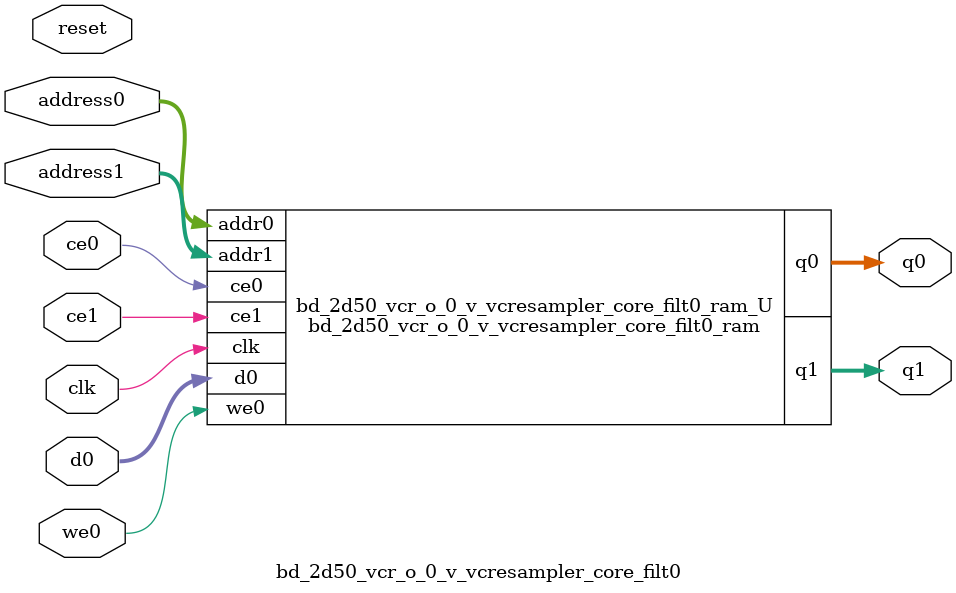
<source format=v>
`timescale 1 ns / 1 ps
module bd_2d50_vcr_o_0_v_vcresampler_core_filt0_ram (addr0, ce0, d0, we0, q0, addr1, ce1, q1,  clk);

parameter DWIDTH = 16;
parameter AWIDTH = 2;
parameter MEM_SIZE = 4;

input[AWIDTH-1:0] addr0;
input ce0;
input[DWIDTH-1:0] d0;
input we0;
output reg[DWIDTH-1:0] q0;
input[AWIDTH-1:0] addr1;
input ce1;
output reg[DWIDTH-1:0] q1;
input clk;

(* ram_style = "distributed" *)reg [DWIDTH-1:0] ram[0:MEM_SIZE-1];




always @(posedge clk)  
begin 
    if (ce0) 
    begin
        if (we0) 
        begin 
            ram[addr0] <= d0; 
        end 
        q0 <= ram[addr0];
    end
end


always @(posedge clk)  
begin 
    if (ce1) 
    begin
        q1 <= ram[addr1];
    end
end


endmodule

`timescale 1 ns / 1 ps
module bd_2d50_vcr_o_0_v_vcresampler_core_filt0(
    reset,
    clk,
    address0,
    ce0,
    we0,
    d0,
    q0,
    address1,
    ce1,
    q1);

parameter DataWidth = 32'd16;
parameter AddressRange = 32'd4;
parameter AddressWidth = 32'd2;
input reset;
input clk;
input[AddressWidth - 1:0] address0;
input ce0;
input we0;
input[DataWidth - 1:0] d0;
output[DataWidth - 1:0] q0;
input[AddressWidth - 1:0] address1;
input ce1;
output[DataWidth - 1:0] q1;



bd_2d50_vcr_o_0_v_vcresampler_core_filt0_ram bd_2d50_vcr_o_0_v_vcresampler_core_filt0_ram_U(
    .clk( clk ),
    .addr0( address0 ),
    .ce0( ce0 ),
    .we0( we0 ),
    .d0( d0 ),
    .q0( q0 ),
    .addr1( address1 ),
    .ce1( ce1 ),
    .q1( q1 ));

endmodule


</source>
